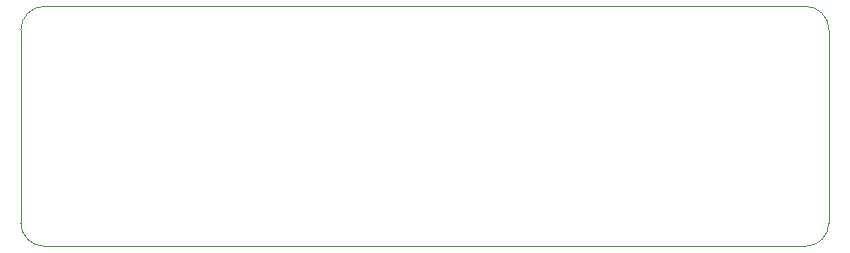
<source format=gm1>
%TF.GenerationSoftware,KiCad,Pcbnew,7.0.10*%
%TF.CreationDate,2024-02-06T11:27:38+08:00*%
%TF.ProjectId,UINIO-MCU-STM32F103C8T6,55494e49-4f2d-44d4-9355-2d53544d3332,Version 2.0.0*%
%TF.SameCoordinates,PX72c1710PY5584170*%
%TF.FileFunction,Profile,NP*%
%FSLAX46Y46*%
G04 Gerber Fmt 4.6, Leading zero omitted, Abs format (unit mm)*
G04 Created by KiCad (PCBNEW 7.0.10) date 2024-02-06 11:27:38*
%MOMM*%
%LPD*%
G01*
G04 APERTURE LIST*
%TA.AperFunction,Profile*%
%ADD10C,0.100000*%
%TD*%
G04 APERTURE END LIST*
D10*
X-1020000Y-2130D02*
X63399060Y-2130D01*
X63399060Y-20331160D02*
G75*
G03*
X65399060Y-18331190I40J1999960D01*
G01*
X-3020000Y-18331190D02*
X-3020000Y-2002130D01*
X65399060Y-2002130D02*
X65399060Y-18331190D01*
X-3019990Y-18331190D02*
G75*
G03*
X-1020000Y-20331190I1999990J-10D01*
G01*
X-1020000Y-2100D02*
G75*
G03*
X-3020000Y-2002130I0J-2000000D01*
G01*
X63399060Y-20331190D02*
X-1020000Y-20331190D01*
X65399070Y-2002130D02*
G75*
G03*
X63399060Y-2130I-1999970J30D01*
G01*
M02*

</source>
